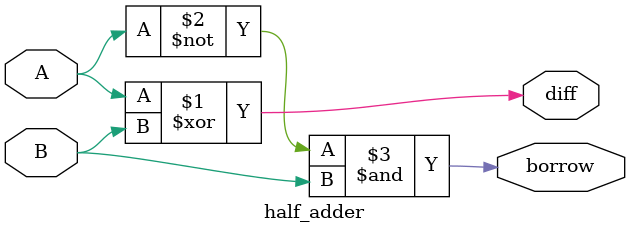
<source format=sv>
`timescale 1ns / 1ps

module half_adder(
    input A,
    input B,
    output borrow, 
    output diff    
);

  xor (diff, A, B);      // Sum = A XOR B
  and (borrow, ~A, B);    // Carry = A AND B

endmodule 

</source>
